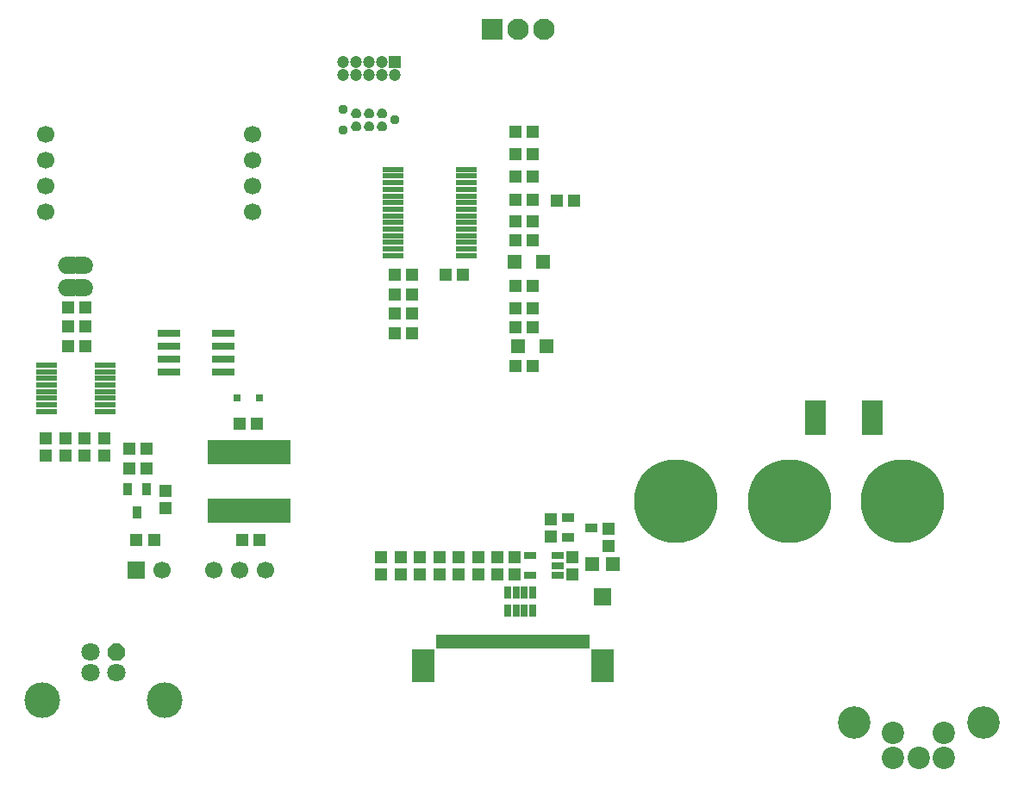
<source format=gts>
G04 DipTrace 2.3.1.0*
%INreloadpro.frontmask.gts*%
%MOIN*%
%ADD33R,0.0787X0.0236*%
%ADD50R,0.0472X0.0472*%
%ADD59C,0.0374*%
%ADD70C,0.0472*%
%ADD72R,0.0315X0.0315*%
%ADD73R,0.0295X0.0453*%
%ADD75R,0.0512X0.0315*%
%ADD77R,0.0709X0.0669*%
%ADD79R,0.0551X0.0551*%
%ADD80C,0.126*%
%ADD82C,0.0866*%
%ADD83C,0.0709*%
%ADD84C,0.0669*%
%ADD86R,0.0669X0.0669*%
%ADD88R,0.0866X0.126*%
%ADD90R,0.0197X0.0571*%
%ADD92R,0.0787X0.1339*%
%ADD94R,0.0492X0.0335*%
%ADD96C,0.0827*%
%ADD97R,0.0827X0.0827*%
%ADD98R,0.0335X0.0492*%
%ADD100R,0.3228X0.0945*%
%ADD102C,0.3228*%
%ADD104C,0.1378*%
%ADD107R,0.0866X0.0315*%
%ADD110R,0.0512X0.0472*%
%ADD112R,0.0472X0.0512*%
%FSLAX44Y44*%
G04*
G70*
G90*
G75*
G01*
%LNTopMask*%
%LPD*%
D112*
X7437Y17437D3*
Y18106D3*
X6687Y17437D3*
Y18106D3*
D110*
X6812Y23187D3*
X7481D3*
X6812Y22437D3*
X7481D3*
X6812Y21687D3*
X7481D3*
D112*
X10562Y16062D3*
Y15393D3*
D110*
X9449Y14173D3*
X10118D3*
X14107Y18687D3*
X13437D3*
X19437Y24437D3*
X20106D3*
X19437Y23687D3*
X20106D3*
X19437Y22937D3*
X20106D3*
X19437Y22187D3*
X20106D3*
X14187Y14187D3*
X13518D3*
X22062Y24437D3*
X21393D3*
D112*
X18902Y12850D3*
Y13519D3*
X19652Y12850D3*
Y13519D3*
X20402Y12850D3*
Y13519D3*
X21152Y12850D3*
Y13519D3*
X21902Y12850D3*
Y13519D3*
X22652Y12850D3*
Y13519D3*
X23402Y12850D3*
Y13519D3*
D72*
X14187Y19687D3*
X13321D3*
D33*
X5963Y20937D3*
Y20681D3*
Y20425D3*
Y20169D3*
Y19913D3*
Y19657D3*
Y19402D3*
Y19146D3*
X8246D3*
Y19402D3*
Y19657D3*
Y19913D3*
Y20169D3*
Y20425D3*
Y20681D3*
Y20937D3*
D107*
X10687Y22187D3*
Y21687D3*
Y21187D3*
Y20687D3*
X12813D3*
Y21187D3*
Y21687D3*
Y22187D3*
G36*
X8798Y9512D2*
X8525D1*
X8331Y9706D1*
Y9979D1*
X8525Y10173D1*
X8798D1*
X8992Y9979D1*
Y9706D1*
X8798Y9512D1*
G37*
D83*
X7677Y9843D3*
Y9055D3*
X8661D3*
D104*
X5799Y7988D3*
X10539D3*
D102*
X34687Y15687D3*
X39062D3*
D100*
X13815Y15315D3*
Y17559D3*
D110*
X24772Y29977D3*
X24102D3*
X24772Y28227D3*
X24102D3*
D98*
X9843Y16142D3*
X9094D3*
X9469Y15236D3*
D97*
X23213Y33937D3*
D96*
X24213D3*
X25213D3*
D94*
X26127Y15025D3*
Y14277D3*
X27033Y14651D3*
D112*
X5937Y17437D3*
Y18106D3*
X8187Y17437D3*
Y18106D3*
D110*
X9843Y17717D3*
X9173D3*
X9843Y16929D3*
X9173D3*
D92*
X37914Y18914D3*
X35710D3*
D110*
X24772Y24022D3*
X24102D3*
Y26522D3*
X24772D3*
Y25772D3*
X24102D3*
D112*
X27687Y14609D3*
Y13940D3*
D110*
X24102Y22397D3*
X24772D3*
D33*
X22187Y25187D3*
Y25443D3*
Y25699D3*
Y25955D3*
Y26211D3*
Y26467D3*
Y26722D3*
Y26978D3*
Y27234D3*
Y27490D3*
Y27746D3*
Y28002D3*
Y28258D3*
Y28514D3*
X19352D3*
Y28258D3*
Y28002D3*
Y27746D3*
Y27490D3*
Y27234D3*
Y26978D3*
Y26722D3*
Y26467D3*
Y26211D3*
Y25955D3*
Y25699D3*
Y25443D3*
Y25187D3*
D90*
X26852Y10225D3*
X26656D3*
X26459D3*
X26262D3*
X26065D3*
X25868D3*
X25671D3*
X25474D3*
X25278D3*
X25081D3*
X24884D3*
X24687D3*
X24490D3*
X24293D3*
X24096D3*
X23900D3*
X23703D3*
X23506D3*
X23309D3*
X23112D3*
X22915D3*
X22719D3*
X22522D3*
X22325D3*
X22128D3*
X21931D3*
X21734D3*
X21537D3*
X21341D3*
X21144D3*
D88*
X27459Y9309D3*
X20537D3*
D86*
X9449Y12992D3*
D84*
X10449D3*
X12449D3*
X13449D3*
X14449D3*
D82*
X40679Y5733D3*
X39695D3*
X38710D3*
X40679Y6718D3*
X38710D3*
D80*
X42195Y7111D3*
X37195D3*
D79*
X27852Y13225D3*
D77*
X27459Y11957D3*
D79*
X27065Y13224D3*
D110*
X24772Y23147D3*
X24103D3*
D112*
X25462Y14315D3*
Y14984D3*
D79*
X24062Y24937D3*
X25164D3*
G36*
X18742Y30187D2*
X18745Y30153D1*
X18754Y30120D1*
X18769Y30090D1*
X18788Y30062D1*
X18812Y30038D1*
X18840Y30019D1*
X18870Y30004D1*
X18903Y29995D1*
X18937Y29992D1*
D1*
X18971Y29995D1*
X19004Y30004D1*
X19034Y30019D1*
X19062Y30038D1*
X19086Y30062D1*
X19105Y30090D1*
X19120Y30120D1*
X19129Y30153D1*
X19132Y30187D1*
D1*
X19129Y30221D1*
X19120Y30254D1*
X19105Y30284D1*
X19086Y30312D1*
X19062Y30336D1*
X19034Y30355D1*
X19004Y30370D1*
X18971Y30379D1*
X18937Y30382D1*
D1*
X18903Y30379D1*
X18870Y30370D1*
X18840Y30355D1*
X18812Y30336D1*
X18788Y30312D1*
X18769Y30284D1*
X18754Y30254D1*
X18745Y30221D1*
X18742Y30187D1*
G37*
G36*
X18242D2*
X18245Y30153D1*
X18254Y30120D1*
X18269Y30090D1*
X18288Y30062D1*
X18312Y30038D1*
X18340Y30019D1*
X18370Y30004D1*
X18403Y29995D1*
X18437Y29992D1*
D1*
X18471Y29995D1*
X18504Y30004D1*
X18534Y30019D1*
X18562Y30038D1*
X18586Y30062D1*
X18605Y30090D1*
X18620Y30120D1*
X18629Y30153D1*
X18632Y30187D1*
D1*
X18629Y30221D1*
X18620Y30254D1*
X18605Y30284D1*
X18586Y30312D1*
X18562Y30336D1*
X18534Y30355D1*
X18504Y30370D1*
X18471Y30379D1*
X18437Y30382D1*
D1*
X18403Y30379D1*
X18370Y30370D1*
X18340Y30355D1*
X18312Y30336D1*
X18288Y30312D1*
X18269Y30284D1*
X18254Y30254D1*
X18245Y30221D1*
X18242Y30187D1*
G37*
G36*
X17742D2*
X17745Y30153D1*
X17754Y30120D1*
X17769Y30090D1*
X17788Y30062D1*
X17812Y30038D1*
X17840Y30019D1*
X17870Y30004D1*
X17903Y29995D1*
X17937Y29992D1*
D1*
X17971Y29995D1*
X18004Y30004D1*
X18034Y30019D1*
X18062Y30038D1*
X18086Y30062D1*
X18105Y30090D1*
X18120Y30120D1*
X18129Y30153D1*
X18132Y30187D1*
D1*
X18129Y30221D1*
X18120Y30254D1*
X18105Y30284D1*
X18086Y30312D1*
X18062Y30336D1*
X18034Y30355D1*
X18004Y30370D1*
X17971Y30379D1*
X17937Y30382D1*
D1*
X17903Y30379D1*
X17870Y30370D1*
X17840Y30355D1*
X17812Y30336D1*
X17788Y30312D1*
X17769Y30284D1*
X17754Y30254D1*
X17745Y30221D1*
X17742Y30187D1*
G37*
G36*
Y30687D2*
X17745Y30653D1*
X17754Y30620D1*
X17769Y30590D1*
X17788Y30562D1*
X17812Y30538D1*
X17840Y30519D1*
X17870Y30504D1*
X17903Y30495D1*
X17937Y30492D1*
D1*
X17971Y30495D1*
X18004Y30504D1*
X18034Y30519D1*
X18062Y30538D1*
X18086Y30562D1*
X18105Y30590D1*
X18120Y30620D1*
X18129Y30653D1*
X18132Y30687D1*
D1*
X18129Y30721D1*
X18120Y30754D1*
X18105Y30784D1*
X18086Y30812D1*
X18062Y30836D1*
X18034Y30855D1*
X18004Y30870D1*
X17971Y30879D1*
X17937Y30882D1*
D1*
X17903Y30879D1*
X17870Y30870D1*
X17840Y30855D1*
X17812Y30836D1*
X17788Y30812D1*
X17769Y30784D1*
X17754Y30754D1*
X17745Y30721D1*
X17742Y30687D1*
G37*
G36*
X18242D2*
X18245Y30653D1*
X18254Y30620D1*
X18269Y30590D1*
X18288Y30562D1*
X18312Y30538D1*
X18340Y30519D1*
X18370Y30504D1*
X18403Y30495D1*
X18437Y30492D1*
D1*
X18471Y30495D1*
X18504Y30504D1*
X18534Y30519D1*
X18562Y30538D1*
X18586Y30562D1*
X18605Y30590D1*
X18620Y30620D1*
X18629Y30653D1*
X18632Y30687D1*
D1*
X18629Y30721D1*
X18620Y30754D1*
X18605Y30784D1*
X18586Y30812D1*
X18562Y30836D1*
X18534Y30855D1*
X18504Y30870D1*
X18471Y30879D1*
X18437Y30882D1*
D1*
X18403Y30879D1*
X18370Y30870D1*
X18340Y30855D1*
X18312Y30836D1*
X18288Y30812D1*
X18269Y30784D1*
X18254Y30754D1*
X18245Y30721D1*
X18242Y30687D1*
G37*
G36*
X18742D2*
X18745Y30653D1*
X18754Y30620D1*
X18769Y30590D1*
X18788Y30562D1*
X18812Y30538D1*
X18840Y30519D1*
X18870Y30504D1*
X18903Y30495D1*
X18937Y30492D1*
D1*
X18971Y30495D1*
X19004Y30504D1*
X19034Y30519D1*
X19062Y30538D1*
X19086Y30562D1*
X19105Y30590D1*
X19120Y30620D1*
X19129Y30653D1*
X19132Y30687D1*
D1*
X19129Y30721D1*
X19120Y30754D1*
X19105Y30784D1*
X19086Y30812D1*
X19062Y30836D1*
X19034Y30855D1*
X19004Y30870D1*
X18971Y30879D1*
X18937Y30882D1*
D1*
X18903Y30879D1*
X18870Y30870D1*
X18840Y30855D1*
X18812Y30836D1*
X18788Y30812D1*
X18769Y30784D1*
X18754Y30754D1*
X18745Y30721D1*
X18742Y30687D1*
G37*
D59*
X19437Y30437D3*
X17437Y30037D3*
Y30837D3*
D110*
X24772Y27352D3*
X24102D3*
X24772Y29102D3*
X24102D3*
X25687Y27312D3*
X26356D3*
D84*
X5937Y29875D3*
Y28875D3*
Y27875D3*
Y26875D3*
X13937D3*
Y27875D3*
Y28875D3*
Y29875D3*
D75*
X25719Y12813D3*
Y13187D3*
Y13561D3*
X24656D3*
Y12813D3*
D112*
X26312Y13522D3*
Y12853D3*
X24062Y12852D3*
Y13521D3*
D73*
X23812Y11437D3*
X24127D3*
X24442D3*
X24757D3*
Y12146D3*
X24442D3*
X24127D3*
X23812D3*
D102*
X30312Y15687D3*
D79*
X24187Y21687D3*
X25289D3*
G36*
X7037Y24232D2*
X7144D1*
Y23642D1*
X7037D1*
Y24232D1*
G37*
G36*
X7773Y23937D2*
X7728Y23769D1*
X7605Y23646D1*
X7442Y23602D1*
X7102D1*
Y24272D1*
X7442D1*
X7605Y24228D1*
X7728Y24105D1*
X7773Y23937D1*
G37*
G36*
X6408D2*
X6453Y24105D1*
X6576Y24228D1*
X6739Y24272D1*
X7079D1*
Y23602D1*
X6739D1*
X6576Y23646D1*
X6453Y23769D1*
X6408Y23937D1*
G37*
G36*
X7037Y25107D2*
X7144D1*
Y24517D1*
X7037D1*
Y25107D1*
G37*
G36*
X7773Y24812D2*
X7728Y24644D1*
X7605Y24521D1*
X7442Y24477D1*
X7102D1*
Y25147D1*
X7442D1*
X7605Y25103D1*
X7728Y24980D1*
X7773Y24812D1*
G37*
G36*
X6408D2*
X6453Y24980D1*
X6576Y25103D1*
X6739Y25147D1*
X7079D1*
Y24477D1*
X6739D1*
X6576Y24521D1*
X6453Y24644D1*
X6408Y24812D1*
G37*
D110*
X24102Y20897D3*
X24772D3*
D50*
X19437Y32687D3*
D70*
Y32187D3*
X18937Y32687D3*
Y32187D3*
X18437Y32687D3*
Y32187D3*
X17937Y32687D3*
Y32187D3*
X17437Y32687D3*
Y32187D3*
M02*

</source>
